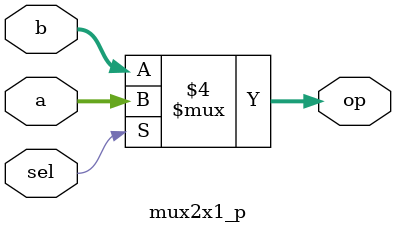
<source format=v>
/*
ESTE EXEMPLO DESCREVE UM MULTIPLEXADOR 
PARAMETRIZÃVEL 
*/

module mux2x1_p
#(
 parameter N = 4
 )
(
	input [N-1:0] a, 
	input [N-1:0] b, 
	input sel,
	
	output reg [N-1:0] op
);

always @(a or b or sel) 
begin
  if (sel == 1'b1)
     op = a;
  else
    op = b;
end

endmodule
</source>
